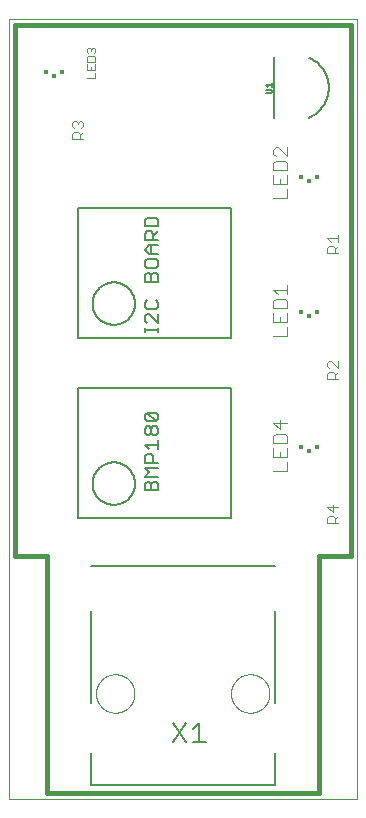
<source format=gto>
G75*
%MOIN*%
%OFA0B0*%
%FSLAX25Y25*%
%IPPOS*%
%LPD*%
%AMOC8*
5,1,8,0,0,1.08239X$1,22.5*
%
%ADD10C,0.00000*%
%ADD11C,0.01600*%
%ADD12C,0.00500*%
%ADD13C,0.00600*%
%ADD14C,0.00800*%
%ADD15C,0.00700*%
%ADD16R,0.01280X0.01673*%
%ADD17R,0.01378X0.01378*%
%ADD18C,0.00400*%
%ADD19C,0.00300*%
%ADD20C,0.00200*%
D10*
X0001000Y0001000D02*
X0117142Y0001000D01*
X0117142Y0260843D01*
X0001000Y0260843D01*
X0001000Y0001000D01*
X0030100Y0036000D02*
X0030102Y0036160D01*
X0030108Y0036319D01*
X0030118Y0036478D01*
X0030132Y0036637D01*
X0030150Y0036796D01*
X0030171Y0036954D01*
X0030197Y0037111D01*
X0030227Y0037268D01*
X0030260Y0037424D01*
X0030298Y0037579D01*
X0030339Y0037733D01*
X0030384Y0037886D01*
X0030433Y0038038D01*
X0030486Y0038189D01*
X0030542Y0038338D01*
X0030603Y0038486D01*
X0030666Y0038632D01*
X0030734Y0038777D01*
X0030805Y0038920D01*
X0030879Y0039061D01*
X0030957Y0039200D01*
X0031039Y0039337D01*
X0031124Y0039472D01*
X0031212Y0039605D01*
X0031304Y0039736D01*
X0031398Y0039864D01*
X0031496Y0039990D01*
X0031597Y0040114D01*
X0031701Y0040235D01*
X0031808Y0040353D01*
X0031918Y0040469D01*
X0032031Y0040582D01*
X0032147Y0040692D01*
X0032265Y0040799D01*
X0032386Y0040903D01*
X0032510Y0041004D01*
X0032636Y0041102D01*
X0032764Y0041196D01*
X0032895Y0041288D01*
X0033028Y0041376D01*
X0033163Y0041461D01*
X0033300Y0041543D01*
X0033439Y0041621D01*
X0033580Y0041695D01*
X0033723Y0041766D01*
X0033868Y0041834D01*
X0034014Y0041897D01*
X0034162Y0041958D01*
X0034311Y0042014D01*
X0034462Y0042067D01*
X0034614Y0042116D01*
X0034767Y0042161D01*
X0034921Y0042202D01*
X0035076Y0042240D01*
X0035232Y0042273D01*
X0035389Y0042303D01*
X0035546Y0042329D01*
X0035704Y0042350D01*
X0035863Y0042368D01*
X0036022Y0042382D01*
X0036181Y0042392D01*
X0036340Y0042398D01*
X0036500Y0042400D01*
X0036660Y0042398D01*
X0036819Y0042392D01*
X0036978Y0042382D01*
X0037137Y0042368D01*
X0037296Y0042350D01*
X0037454Y0042329D01*
X0037611Y0042303D01*
X0037768Y0042273D01*
X0037924Y0042240D01*
X0038079Y0042202D01*
X0038233Y0042161D01*
X0038386Y0042116D01*
X0038538Y0042067D01*
X0038689Y0042014D01*
X0038838Y0041958D01*
X0038986Y0041897D01*
X0039132Y0041834D01*
X0039277Y0041766D01*
X0039420Y0041695D01*
X0039561Y0041621D01*
X0039700Y0041543D01*
X0039837Y0041461D01*
X0039972Y0041376D01*
X0040105Y0041288D01*
X0040236Y0041196D01*
X0040364Y0041102D01*
X0040490Y0041004D01*
X0040614Y0040903D01*
X0040735Y0040799D01*
X0040853Y0040692D01*
X0040969Y0040582D01*
X0041082Y0040469D01*
X0041192Y0040353D01*
X0041299Y0040235D01*
X0041403Y0040114D01*
X0041504Y0039990D01*
X0041602Y0039864D01*
X0041696Y0039736D01*
X0041788Y0039605D01*
X0041876Y0039472D01*
X0041961Y0039337D01*
X0042043Y0039200D01*
X0042121Y0039061D01*
X0042195Y0038920D01*
X0042266Y0038777D01*
X0042334Y0038632D01*
X0042397Y0038486D01*
X0042458Y0038338D01*
X0042514Y0038189D01*
X0042567Y0038038D01*
X0042616Y0037886D01*
X0042661Y0037733D01*
X0042702Y0037579D01*
X0042740Y0037424D01*
X0042773Y0037268D01*
X0042803Y0037111D01*
X0042829Y0036954D01*
X0042850Y0036796D01*
X0042868Y0036637D01*
X0042882Y0036478D01*
X0042892Y0036319D01*
X0042898Y0036160D01*
X0042900Y0036000D01*
X0042898Y0035840D01*
X0042892Y0035681D01*
X0042882Y0035522D01*
X0042868Y0035363D01*
X0042850Y0035204D01*
X0042829Y0035046D01*
X0042803Y0034889D01*
X0042773Y0034732D01*
X0042740Y0034576D01*
X0042702Y0034421D01*
X0042661Y0034267D01*
X0042616Y0034114D01*
X0042567Y0033962D01*
X0042514Y0033811D01*
X0042458Y0033662D01*
X0042397Y0033514D01*
X0042334Y0033368D01*
X0042266Y0033223D01*
X0042195Y0033080D01*
X0042121Y0032939D01*
X0042043Y0032800D01*
X0041961Y0032663D01*
X0041876Y0032528D01*
X0041788Y0032395D01*
X0041696Y0032264D01*
X0041602Y0032136D01*
X0041504Y0032010D01*
X0041403Y0031886D01*
X0041299Y0031765D01*
X0041192Y0031647D01*
X0041082Y0031531D01*
X0040969Y0031418D01*
X0040853Y0031308D01*
X0040735Y0031201D01*
X0040614Y0031097D01*
X0040490Y0030996D01*
X0040364Y0030898D01*
X0040236Y0030804D01*
X0040105Y0030712D01*
X0039972Y0030624D01*
X0039837Y0030539D01*
X0039700Y0030457D01*
X0039561Y0030379D01*
X0039420Y0030305D01*
X0039277Y0030234D01*
X0039132Y0030166D01*
X0038986Y0030103D01*
X0038838Y0030042D01*
X0038689Y0029986D01*
X0038538Y0029933D01*
X0038386Y0029884D01*
X0038233Y0029839D01*
X0038079Y0029798D01*
X0037924Y0029760D01*
X0037768Y0029727D01*
X0037611Y0029697D01*
X0037454Y0029671D01*
X0037296Y0029650D01*
X0037137Y0029632D01*
X0036978Y0029618D01*
X0036819Y0029608D01*
X0036660Y0029602D01*
X0036500Y0029600D01*
X0036340Y0029602D01*
X0036181Y0029608D01*
X0036022Y0029618D01*
X0035863Y0029632D01*
X0035704Y0029650D01*
X0035546Y0029671D01*
X0035389Y0029697D01*
X0035232Y0029727D01*
X0035076Y0029760D01*
X0034921Y0029798D01*
X0034767Y0029839D01*
X0034614Y0029884D01*
X0034462Y0029933D01*
X0034311Y0029986D01*
X0034162Y0030042D01*
X0034014Y0030103D01*
X0033868Y0030166D01*
X0033723Y0030234D01*
X0033580Y0030305D01*
X0033439Y0030379D01*
X0033300Y0030457D01*
X0033163Y0030539D01*
X0033028Y0030624D01*
X0032895Y0030712D01*
X0032764Y0030804D01*
X0032636Y0030898D01*
X0032510Y0030996D01*
X0032386Y0031097D01*
X0032265Y0031201D01*
X0032147Y0031308D01*
X0032031Y0031418D01*
X0031918Y0031531D01*
X0031808Y0031647D01*
X0031701Y0031765D01*
X0031597Y0031886D01*
X0031496Y0032010D01*
X0031398Y0032136D01*
X0031304Y0032264D01*
X0031212Y0032395D01*
X0031124Y0032528D01*
X0031039Y0032663D01*
X0030957Y0032800D01*
X0030879Y0032939D01*
X0030805Y0033080D01*
X0030734Y0033223D01*
X0030666Y0033368D01*
X0030603Y0033514D01*
X0030542Y0033662D01*
X0030486Y0033811D01*
X0030433Y0033962D01*
X0030384Y0034114D01*
X0030339Y0034267D01*
X0030298Y0034421D01*
X0030260Y0034576D01*
X0030227Y0034732D01*
X0030197Y0034889D01*
X0030171Y0035046D01*
X0030150Y0035204D01*
X0030132Y0035363D01*
X0030118Y0035522D01*
X0030108Y0035681D01*
X0030102Y0035840D01*
X0030100Y0036000D01*
X0075100Y0036000D02*
X0075102Y0036160D01*
X0075108Y0036319D01*
X0075118Y0036478D01*
X0075132Y0036637D01*
X0075150Y0036796D01*
X0075171Y0036954D01*
X0075197Y0037111D01*
X0075227Y0037268D01*
X0075260Y0037424D01*
X0075298Y0037579D01*
X0075339Y0037733D01*
X0075384Y0037886D01*
X0075433Y0038038D01*
X0075486Y0038189D01*
X0075542Y0038338D01*
X0075603Y0038486D01*
X0075666Y0038632D01*
X0075734Y0038777D01*
X0075805Y0038920D01*
X0075879Y0039061D01*
X0075957Y0039200D01*
X0076039Y0039337D01*
X0076124Y0039472D01*
X0076212Y0039605D01*
X0076304Y0039736D01*
X0076398Y0039864D01*
X0076496Y0039990D01*
X0076597Y0040114D01*
X0076701Y0040235D01*
X0076808Y0040353D01*
X0076918Y0040469D01*
X0077031Y0040582D01*
X0077147Y0040692D01*
X0077265Y0040799D01*
X0077386Y0040903D01*
X0077510Y0041004D01*
X0077636Y0041102D01*
X0077764Y0041196D01*
X0077895Y0041288D01*
X0078028Y0041376D01*
X0078163Y0041461D01*
X0078300Y0041543D01*
X0078439Y0041621D01*
X0078580Y0041695D01*
X0078723Y0041766D01*
X0078868Y0041834D01*
X0079014Y0041897D01*
X0079162Y0041958D01*
X0079311Y0042014D01*
X0079462Y0042067D01*
X0079614Y0042116D01*
X0079767Y0042161D01*
X0079921Y0042202D01*
X0080076Y0042240D01*
X0080232Y0042273D01*
X0080389Y0042303D01*
X0080546Y0042329D01*
X0080704Y0042350D01*
X0080863Y0042368D01*
X0081022Y0042382D01*
X0081181Y0042392D01*
X0081340Y0042398D01*
X0081500Y0042400D01*
X0081660Y0042398D01*
X0081819Y0042392D01*
X0081978Y0042382D01*
X0082137Y0042368D01*
X0082296Y0042350D01*
X0082454Y0042329D01*
X0082611Y0042303D01*
X0082768Y0042273D01*
X0082924Y0042240D01*
X0083079Y0042202D01*
X0083233Y0042161D01*
X0083386Y0042116D01*
X0083538Y0042067D01*
X0083689Y0042014D01*
X0083838Y0041958D01*
X0083986Y0041897D01*
X0084132Y0041834D01*
X0084277Y0041766D01*
X0084420Y0041695D01*
X0084561Y0041621D01*
X0084700Y0041543D01*
X0084837Y0041461D01*
X0084972Y0041376D01*
X0085105Y0041288D01*
X0085236Y0041196D01*
X0085364Y0041102D01*
X0085490Y0041004D01*
X0085614Y0040903D01*
X0085735Y0040799D01*
X0085853Y0040692D01*
X0085969Y0040582D01*
X0086082Y0040469D01*
X0086192Y0040353D01*
X0086299Y0040235D01*
X0086403Y0040114D01*
X0086504Y0039990D01*
X0086602Y0039864D01*
X0086696Y0039736D01*
X0086788Y0039605D01*
X0086876Y0039472D01*
X0086961Y0039337D01*
X0087043Y0039200D01*
X0087121Y0039061D01*
X0087195Y0038920D01*
X0087266Y0038777D01*
X0087334Y0038632D01*
X0087397Y0038486D01*
X0087458Y0038338D01*
X0087514Y0038189D01*
X0087567Y0038038D01*
X0087616Y0037886D01*
X0087661Y0037733D01*
X0087702Y0037579D01*
X0087740Y0037424D01*
X0087773Y0037268D01*
X0087803Y0037111D01*
X0087829Y0036954D01*
X0087850Y0036796D01*
X0087868Y0036637D01*
X0087882Y0036478D01*
X0087892Y0036319D01*
X0087898Y0036160D01*
X0087900Y0036000D01*
X0087898Y0035840D01*
X0087892Y0035681D01*
X0087882Y0035522D01*
X0087868Y0035363D01*
X0087850Y0035204D01*
X0087829Y0035046D01*
X0087803Y0034889D01*
X0087773Y0034732D01*
X0087740Y0034576D01*
X0087702Y0034421D01*
X0087661Y0034267D01*
X0087616Y0034114D01*
X0087567Y0033962D01*
X0087514Y0033811D01*
X0087458Y0033662D01*
X0087397Y0033514D01*
X0087334Y0033368D01*
X0087266Y0033223D01*
X0087195Y0033080D01*
X0087121Y0032939D01*
X0087043Y0032800D01*
X0086961Y0032663D01*
X0086876Y0032528D01*
X0086788Y0032395D01*
X0086696Y0032264D01*
X0086602Y0032136D01*
X0086504Y0032010D01*
X0086403Y0031886D01*
X0086299Y0031765D01*
X0086192Y0031647D01*
X0086082Y0031531D01*
X0085969Y0031418D01*
X0085853Y0031308D01*
X0085735Y0031201D01*
X0085614Y0031097D01*
X0085490Y0030996D01*
X0085364Y0030898D01*
X0085236Y0030804D01*
X0085105Y0030712D01*
X0084972Y0030624D01*
X0084837Y0030539D01*
X0084700Y0030457D01*
X0084561Y0030379D01*
X0084420Y0030305D01*
X0084277Y0030234D01*
X0084132Y0030166D01*
X0083986Y0030103D01*
X0083838Y0030042D01*
X0083689Y0029986D01*
X0083538Y0029933D01*
X0083386Y0029884D01*
X0083233Y0029839D01*
X0083079Y0029798D01*
X0082924Y0029760D01*
X0082768Y0029727D01*
X0082611Y0029697D01*
X0082454Y0029671D01*
X0082296Y0029650D01*
X0082137Y0029632D01*
X0081978Y0029618D01*
X0081819Y0029608D01*
X0081660Y0029602D01*
X0081500Y0029600D01*
X0081340Y0029602D01*
X0081181Y0029608D01*
X0081022Y0029618D01*
X0080863Y0029632D01*
X0080704Y0029650D01*
X0080546Y0029671D01*
X0080389Y0029697D01*
X0080232Y0029727D01*
X0080076Y0029760D01*
X0079921Y0029798D01*
X0079767Y0029839D01*
X0079614Y0029884D01*
X0079462Y0029933D01*
X0079311Y0029986D01*
X0079162Y0030042D01*
X0079014Y0030103D01*
X0078868Y0030166D01*
X0078723Y0030234D01*
X0078580Y0030305D01*
X0078439Y0030379D01*
X0078300Y0030457D01*
X0078163Y0030539D01*
X0078028Y0030624D01*
X0077895Y0030712D01*
X0077764Y0030804D01*
X0077636Y0030898D01*
X0077510Y0030996D01*
X0077386Y0031097D01*
X0077265Y0031201D01*
X0077147Y0031308D01*
X0077031Y0031418D01*
X0076918Y0031531D01*
X0076808Y0031647D01*
X0076701Y0031765D01*
X0076597Y0031886D01*
X0076496Y0032010D01*
X0076398Y0032136D01*
X0076304Y0032264D01*
X0076212Y0032395D01*
X0076124Y0032528D01*
X0076039Y0032663D01*
X0075957Y0032800D01*
X0075879Y0032939D01*
X0075805Y0033080D01*
X0075734Y0033223D01*
X0075666Y0033368D01*
X0075603Y0033514D01*
X0075542Y0033662D01*
X0075486Y0033811D01*
X0075433Y0033962D01*
X0075384Y0034114D01*
X0075339Y0034267D01*
X0075298Y0034421D01*
X0075260Y0034576D01*
X0075227Y0034732D01*
X0075197Y0034889D01*
X0075171Y0035046D01*
X0075150Y0035204D01*
X0075132Y0035363D01*
X0075118Y0035522D01*
X0075108Y0035681D01*
X0075102Y0035840D01*
X0075100Y0036000D01*
D11*
X0104362Y0002969D02*
X0104362Y0081709D01*
X0115173Y0081709D01*
X0115173Y0258874D01*
X0002969Y0258874D01*
X0002969Y0081709D01*
X0013780Y0081709D01*
X0013780Y0002969D01*
X0104362Y0002969D01*
D12*
X0075213Y0094661D02*
X0024031Y0094661D01*
X0024031Y0137969D01*
X0075213Y0137969D01*
X0075213Y0094661D01*
X0075213Y0154661D02*
X0024031Y0154661D01*
X0024031Y0197969D01*
X0075213Y0197969D01*
X0075213Y0154661D01*
X0086848Y0236040D02*
X0088433Y0236040D01*
X0088750Y0236357D01*
X0088750Y0236991D01*
X0088433Y0237308D01*
X0086848Y0237308D01*
X0087482Y0238250D02*
X0086848Y0238884D01*
X0088750Y0238884D01*
X0088750Y0238250D02*
X0088750Y0239518D01*
X0028929Y0166000D02*
X0028931Y0166174D01*
X0028938Y0166347D01*
X0028948Y0166520D01*
X0028963Y0166693D01*
X0028982Y0166866D01*
X0029006Y0167038D01*
X0029033Y0167209D01*
X0029065Y0167379D01*
X0029101Y0167549D01*
X0029141Y0167718D01*
X0029185Y0167886D01*
X0029233Y0168053D01*
X0029286Y0168218D01*
X0029342Y0168382D01*
X0029403Y0168545D01*
X0029467Y0168706D01*
X0029536Y0168865D01*
X0029608Y0169023D01*
X0029684Y0169179D01*
X0029764Y0169333D01*
X0029848Y0169485D01*
X0029935Y0169635D01*
X0030026Y0169783D01*
X0030121Y0169928D01*
X0030219Y0170072D01*
X0030321Y0170212D01*
X0030426Y0170350D01*
X0030534Y0170486D01*
X0030646Y0170619D01*
X0030761Y0170749D01*
X0030879Y0170876D01*
X0031000Y0171000D01*
X0031124Y0171121D01*
X0031251Y0171239D01*
X0031381Y0171354D01*
X0031514Y0171466D01*
X0031650Y0171574D01*
X0031788Y0171679D01*
X0031928Y0171781D01*
X0032072Y0171879D01*
X0032217Y0171974D01*
X0032365Y0172065D01*
X0032515Y0172152D01*
X0032667Y0172236D01*
X0032821Y0172316D01*
X0032977Y0172392D01*
X0033135Y0172464D01*
X0033294Y0172533D01*
X0033455Y0172597D01*
X0033618Y0172658D01*
X0033782Y0172714D01*
X0033947Y0172767D01*
X0034114Y0172815D01*
X0034282Y0172859D01*
X0034451Y0172899D01*
X0034621Y0172935D01*
X0034791Y0172967D01*
X0034962Y0172994D01*
X0035134Y0173018D01*
X0035307Y0173037D01*
X0035480Y0173052D01*
X0035653Y0173062D01*
X0035826Y0173069D01*
X0036000Y0173071D01*
X0036174Y0173069D01*
X0036347Y0173062D01*
X0036520Y0173052D01*
X0036693Y0173037D01*
X0036866Y0173018D01*
X0037038Y0172994D01*
X0037209Y0172967D01*
X0037379Y0172935D01*
X0037549Y0172899D01*
X0037718Y0172859D01*
X0037886Y0172815D01*
X0038053Y0172767D01*
X0038218Y0172714D01*
X0038382Y0172658D01*
X0038545Y0172597D01*
X0038706Y0172533D01*
X0038865Y0172464D01*
X0039023Y0172392D01*
X0039179Y0172316D01*
X0039333Y0172236D01*
X0039485Y0172152D01*
X0039635Y0172065D01*
X0039783Y0171974D01*
X0039928Y0171879D01*
X0040072Y0171781D01*
X0040212Y0171679D01*
X0040350Y0171574D01*
X0040486Y0171466D01*
X0040619Y0171354D01*
X0040749Y0171239D01*
X0040876Y0171121D01*
X0041000Y0171000D01*
X0041121Y0170876D01*
X0041239Y0170749D01*
X0041354Y0170619D01*
X0041466Y0170486D01*
X0041574Y0170350D01*
X0041679Y0170212D01*
X0041781Y0170072D01*
X0041879Y0169928D01*
X0041974Y0169783D01*
X0042065Y0169635D01*
X0042152Y0169485D01*
X0042236Y0169333D01*
X0042316Y0169179D01*
X0042392Y0169023D01*
X0042464Y0168865D01*
X0042533Y0168706D01*
X0042597Y0168545D01*
X0042658Y0168382D01*
X0042714Y0168218D01*
X0042767Y0168053D01*
X0042815Y0167886D01*
X0042859Y0167718D01*
X0042899Y0167549D01*
X0042935Y0167379D01*
X0042967Y0167209D01*
X0042994Y0167038D01*
X0043018Y0166866D01*
X0043037Y0166693D01*
X0043052Y0166520D01*
X0043062Y0166347D01*
X0043069Y0166174D01*
X0043071Y0166000D01*
X0043069Y0165826D01*
X0043062Y0165653D01*
X0043052Y0165480D01*
X0043037Y0165307D01*
X0043018Y0165134D01*
X0042994Y0164962D01*
X0042967Y0164791D01*
X0042935Y0164621D01*
X0042899Y0164451D01*
X0042859Y0164282D01*
X0042815Y0164114D01*
X0042767Y0163947D01*
X0042714Y0163782D01*
X0042658Y0163618D01*
X0042597Y0163455D01*
X0042533Y0163294D01*
X0042464Y0163135D01*
X0042392Y0162977D01*
X0042316Y0162821D01*
X0042236Y0162667D01*
X0042152Y0162515D01*
X0042065Y0162365D01*
X0041974Y0162217D01*
X0041879Y0162072D01*
X0041781Y0161928D01*
X0041679Y0161788D01*
X0041574Y0161650D01*
X0041466Y0161514D01*
X0041354Y0161381D01*
X0041239Y0161251D01*
X0041121Y0161124D01*
X0041000Y0161000D01*
X0040876Y0160879D01*
X0040749Y0160761D01*
X0040619Y0160646D01*
X0040486Y0160534D01*
X0040350Y0160426D01*
X0040212Y0160321D01*
X0040072Y0160219D01*
X0039928Y0160121D01*
X0039783Y0160026D01*
X0039635Y0159935D01*
X0039485Y0159848D01*
X0039333Y0159764D01*
X0039179Y0159684D01*
X0039023Y0159608D01*
X0038865Y0159536D01*
X0038706Y0159467D01*
X0038545Y0159403D01*
X0038382Y0159342D01*
X0038218Y0159286D01*
X0038053Y0159233D01*
X0037886Y0159185D01*
X0037718Y0159141D01*
X0037549Y0159101D01*
X0037379Y0159065D01*
X0037209Y0159033D01*
X0037038Y0159006D01*
X0036866Y0158982D01*
X0036693Y0158963D01*
X0036520Y0158948D01*
X0036347Y0158938D01*
X0036174Y0158931D01*
X0036000Y0158929D01*
X0035826Y0158931D01*
X0035653Y0158938D01*
X0035480Y0158948D01*
X0035307Y0158963D01*
X0035134Y0158982D01*
X0034962Y0159006D01*
X0034791Y0159033D01*
X0034621Y0159065D01*
X0034451Y0159101D01*
X0034282Y0159141D01*
X0034114Y0159185D01*
X0033947Y0159233D01*
X0033782Y0159286D01*
X0033618Y0159342D01*
X0033455Y0159403D01*
X0033294Y0159467D01*
X0033135Y0159536D01*
X0032977Y0159608D01*
X0032821Y0159684D01*
X0032667Y0159764D01*
X0032515Y0159848D01*
X0032365Y0159935D01*
X0032217Y0160026D01*
X0032072Y0160121D01*
X0031928Y0160219D01*
X0031788Y0160321D01*
X0031650Y0160426D01*
X0031514Y0160534D01*
X0031381Y0160646D01*
X0031251Y0160761D01*
X0031124Y0160879D01*
X0031000Y0161000D01*
X0030879Y0161124D01*
X0030761Y0161251D01*
X0030646Y0161381D01*
X0030534Y0161514D01*
X0030426Y0161650D01*
X0030321Y0161788D01*
X0030219Y0161928D01*
X0030121Y0162072D01*
X0030026Y0162217D01*
X0029935Y0162365D01*
X0029848Y0162515D01*
X0029764Y0162667D01*
X0029684Y0162821D01*
X0029608Y0162977D01*
X0029536Y0163135D01*
X0029467Y0163294D01*
X0029403Y0163455D01*
X0029342Y0163618D01*
X0029286Y0163782D01*
X0029233Y0163947D01*
X0029185Y0164114D01*
X0029141Y0164282D01*
X0029101Y0164451D01*
X0029065Y0164621D01*
X0029033Y0164791D01*
X0029006Y0164962D01*
X0028982Y0165134D01*
X0028963Y0165307D01*
X0028948Y0165480D01*
X0028938Y0165653D01*
X0028931Y0165826D01*
X0028929Y0166000D01*
X0028929Y0106000D02*
X0028931Y0106174D01*
X0028938Y0106347D01*
X0028948Y0106520D01*
X0028963Y0106693D01*
X0028982Y0106866D01*
X0029006Y0107038D01*
X0029033Y0107209D01*
X0029065Y0107379D01*
X0029101Y0107549D01*
X0029141Y0107718D01*
X0029185Y0107886D01*
X0029233Y0108053D01*
X0029286Y0108218D01*
X0029342Y0108382D01*
X0029403Y0108545D01*
X0029467Y0108706D01*
X0029536Y0108865D01*
X0029608Y0109023D01*
X0029684Y0109179D01*
X0029764Y0109333D01*
X0029848Y0109485D01*
X0029935Y0109635D01*
X0030026Y0109783D01*
X0030121Y0109928D01*
X0030219Y0110072D01*
X0030321Y0110212D01*
X0030426Y0110350D01*
X0030534Y0110486D01*
X0030646Y0110619D01*
X0030761Y0110749D01*
X0030879Y0110876D01*
X0031000Y0111000D01*
X0031124Y0111121D01*
X0031251Y0111239D01*
X0031381Y0111354D01*
X0031514Y0111466D01*
X0031650Y0111574D01*
X0031788Y0111679D01*
X0031928Y0111781D01*
X0032072Y0111879D01*
X0032217Y0111974D01*
X0032365Y0112065D01*
X0032515Y0112152D01*
X0032667Y0112236D01*
X0032821Y0112316D01*
X0032977Y0112392D01*
X0033135Y0112464D01*
X0033294Y0112533D01*
X0033455Y0112597D01*
X0033618Y0112658D01*
X0033782Y0112714D01*
X0033947Y0112767D01*
X0034114Y0112815D01*
X0034282Y0112859D01*
X0034451Y0112899D01*
X0034621Y0112935D01*
X0034791Y0112967D01*
X0034962Y0112994D01*
X0035134Y0113018D01*
X0035307Y0113037D01*
X0035480Y0113052D01*
X0035653Y0113062D01*
X0035826Y0113069D01*
X0036000Y0113071D01*
X0036174Y0113069D01*
X0036347Y0113062D01*
X0036520Y0113052D01*
X0036693Y0113037D01*
X0036866Y0113018D01*
X0037038Y0112994D01*
X0037209Y0112967D01*
X0037379Y0112935D01*
X0037549Y0112899D01*
X0037718Y0112859D01*
X0037886Y0112815D01*
X0038053Y0112767D01*
X0038218Y0112714D01*
X0038382Y0112658D01*
X0038545Y0112597D01*
X0038706Y0112533D01*
X0038865Y0112464D01*
X0039023Y0112392D01*
X0039179Y0112316D01*
X0039333Y0112236D01*
X0039485Y0112152D01*
X0039635Y0112065D01*
X0039783Y0111974D01*
X0039928Y0111879D01*
X0040072Y0111781D01*
X0040212Y0111679D01*
X0040350Y0111574D01*
X0040486Y0111466D01*
X0040619Y0111354D01*
X0040749Y0111239D01*
X0040876Y0111121D01*
X0041000Y0111000D01*
X0041121Y0110876D01*
X0041239Y0110749D01*
X0041354Y0110619D01*
X0041466Y0110486D01*
X0041574Y0110350D01*
X0041679Y0110212D01*
X0041781Y0110072D01*
X0041879Y0109928D01*
X0041974Y0109783D01*
X0042065Y0109635D01*
X0042152Y0109485D01*
X0042236Y0109333D01*
X0042316Y0109179D01*
X0042392Y0109023D01*
X0042464Y0108865D01*
X0042533Y0108706D01*
X0042597Y0108545D01*
X0042658Y0108382D01*
X0042714Y0108218D01*
X0042767Y0108053D01*
X0042815Y0107886D01*
X0042859Y0107718D01*
X0042899Y0107549D01*
X0042935Y0107379D01*
X0042967Y0107209D01*
X0042994Y0107038D01*
X0043018Y0106866D01*
X0043037Y0106693D01*
X0043052Y0106520D01*
X0043062Y0106347D01*
X0043069Y0106174D01*
X0043071Y0106000D01*
X0043069Y0105826D01*
X0043062Y0105653D01*
X0043052Y0105480D01*
X0043037Y0105307D01*
X0043018Y0105134D01*
X0042994Y0104962D01*
X0042967Y0104791D01*
X0042935Y0104621D01*
X0042899Y0104451D01*
X0042859Y0104282D01*
X0042815Y0104114D01*
X0042767Y0103947D01*
X0042714Y0103782D01*
X0042658Y0103618D01*
X0042597Y0103455D01*
X0042533Y0103294D01*
X0042464Y0103135D01*
X0042392Y0102977D01*
X0042316Y0102821D01*
X0042236Y0102667D01*
X0042152Y0102515D01*
X0042065Y0102365D01*
X0041974Y0102217D01*
X0041879Y0102072D01*
X0041781Y0101928D01*
X0041679Y0101788D01*
X0041574Y0101650D01*
X0041466Y0101514D01*
X0041354Y0101381D01*
X0041239Y0101251D01*
X0041121Y0101124D01*
X0041000Y0101000D01*
X0040876Y0100879D01*
X0040749Y0100761D01*
X0040619Y0100646D01*
X0040486Y0100534D01*
X0040350Y0100426D01*
X0040212Y0100321D01*
X0040072Y0100219D01*
X0039928Y0100121D01*
X0039783Y0100026D01*
X0039635Y0099935D01*
X0039485Y0099848D01*
X0039333Y0099764D01*
X0039179Y0099684D01*
X0039023Y0099608D01*
X0038865Y0099536D01*
X0038706Y0099467D01*
X0038545Y0099403D01*
X0038382Y0099342D01*
X0038218Y0099286D01*
X0038053Y0099233D01*
X0037886Y0099185D01*
X0037718Y0099141D01*
X0037549Y0099101D01*
X0037379Y0099065D01*
X0037209Y0099033D01*
X0037038Y0099006D01*
X0036866Y0098982D01*
X0036693Y0098963D01*
X0036520Y0098948D01*
X0036347Y0098938D01*
X0036174Y0098931D01*
X0036000Y0098929D01*
X0035826Y0098931D01*
X0035653Y0098938D01*
X0035480Y0098948D01*
X0035307Y0098963D01*
X0035134Y0098982D01*
X0034962Y0099006D01*
X0034791Y0099033D01*
X0034621Y0099065D01*
X0034451Y0099101D01*
X0034282Y0099141D01*
X0034114Y0099185D01*
X0033947Y0099233D01*
X0033782Y0099286D01*
X0033618Y0099342D01*
X0033455Y0099403D01*
X0033294Y0099467D01*
X0033135Y0099536D01*
X0032977Y0099608D01*
X0032821Y0099684D01*
X0032667Y0099764D01*
X0032515Y0099848D01*
X0032365Y0099935D01*
X0032217Y0100026D01*
X0032072Y0100121D01*
X0031928Y0100219D01*
X0031788Y0100321D01*
X0031650Y0100426D01*
X0031514Y0100534D01*
X0031381Y0100646D01*
X0031251Y0100761D01*
X0031124Y0100879D01*
X0031000Y0101000D01*
X0030879Y0101124D01*
X0030761Y0101251D01*
X0030646Y0101381D01*
X0030534Y0101514D01*
X0030426Y0101650D01*
X0030321Y0101788D01*
X0030219Y0101928D01*
X0030121Y0102072D01*
X0030026Y0102217D01*
X0029935Y0102365D01*
X0029848Y0102515D01*
X0029764Y0102667D01*
X0029684Y0102821D01*
X0029608Y0102977D01*
X0029536Y0103135D01*
X0029467Y0103294D01*
X0029403Y0103455D01*
X0029342Y0103618D01*
X0029286Y0103782D01*
X0029233Y0103947D01*
X0029185Y0104114D01*
X0029141Y0104282D01*
X0029101Y0104451D01*
X0029065Y0104621D01*
X0029033Y0104791D01*
X0029006Y0104962D01*
X0028982Y0105134D01*
X0028963Y0105307D01*
X0028948Y0105480D01*
X0028938Y0105653D01*
X0028931Y0105826D01*
X0028929Y0106000D01*
D13*
X0046296Y0105878D02*
X0046296Y0103676D01*
X0050700Y0103676D01*
X0050700Y0105878D01*
X0049966Y0106612D01*
X0049232Y0106612D01*
X0048498Y0105878D01*
X0048498Y0103676D01*
X0048498Y0105878D02*
X0047764Y0106612D01*
X0047030Y0106612D01*
X0046296Y0105878D01*
X0046296Y0108280D02*
X0047764Y0109748D01*
X0046296Y0111216D01*
X0050700Y0111216D01*
X0050700Y0112884D02*
X0046296Y0112884D01*
X0046296Y0115086D01*
X0047030Y0115820D01*
X0048498Y0115820D01*
X0049232Y0115086D01*
X0049232Y0112884D01*
X0047764Y0117488D02*
X0046296Y0118956D01*
X0050700Y0118956D01*
X0050700Y0117488D02*
X0050700Y0120424D01*
X0049966Y0122092D02*
X0049232Y0122092D01*
X0048498Y0122826D01*
X0048498Y0124294D01*
X0049232Y0125028D01*
X0049966Y0125028D01*
X0050700Y0124294D01*
X0050700Y0122826D01*
X0049966Y0122092D01*
X0048498Y0122826D02*
X0047764Y0122092D01*
X0047030Y0122092D01*
X0046296Y0122826D01*
X0046296Y0124294D01*
X0047030Y0125028D01*
X0047764Y0125028D01*
X0048498Y0124294D01*
X0049966Y0126696D02*
X0047030Y0126696D01*
X0046296Y0127430D01*
X0046296Y0128898D01*
X0047030Y0129632D01*
X0049966Y0126696D01*
X0050700Y0127430D01*
X0050700Y0128898D01*
X0049966Y0129632D01*
X0047030Y0129632D01*
X0046296Y0108280D02*
X0050700Y0108280D01*
X0050700Y0156399D02*
X0050700Y0157867D01*
X0050700Y0157133D02*
X0046296Y0157133D01*
X0046296Y0156399D02*
X0046296Y0157867D01*
X0047030Y0159469D02*
X0046296Y0160202D01*
X0046296Y0161670D01*
X0047030Y0162404D01*
X0047764Y0162404D01*
X0050700Y0159469D01*
X0050700Y0162404D01*
X0049966Y0164072D02*
X0050700Y0164806D01*
X0050700Y0166274D01*
X0049966Y0167008D01*
X0049966Y0164072D02*
X0047030Y0164072D01*
X0046296Y0164806D01*
X0046296Y0166274D01*
X0047030Y0167008D01*
X0046296Y0173280D02*
X0046296Y0175482D01*
X0047030Y0176216D01*
X0047764Y0176216D01*
X0048498Y0175482D01*
X0048498Y0173280D01*
X0050700Y0173280D02*
X0046296Y0173280D01*
X0047030Y0177884D02*
X0049966Y0177884D01*
X0050700Y0178618D01*
X0050700Y0180086D01*
X0049966Y0180820D01*
X0047030Y0180820D01*
X0046296Y0180086D01*
X0046296Y0178618D01*
X0047030Y0177884D01*
X0049232Y0176216D02*
X0049966Y0176216D01*
X0050700Y0175482D01*
X0050700Y0173280D01*
X0048498Y0175482D02*
X0049232Y0176216D01*
X0048498Y0182488D02*
X0048498Y0185424D01*
X0047764Y0185424D02*
X0050700Y0185424D01*
X0050700Y0187092D02*
X0046296Y0187092D01*
X0046296Y0189294D01*
X0047030Y0190028D01*
X0048498Y0190028D01*
X0049232Y0189294D01*
X0049232Y0187092D01*
X0049232Y0188560D02*
X0050700Y0190028D01*
X0050700Y0191696D02*
X0050700Y0193898D01*
X0049966Y0194632D01*
X0047030Y0194632D01*
X0046296Y0193898D01*
X0046296Y0191696D01*
X0050700Y0191696D01*
X0047764Y0185424D02*
X0046296Y0183956D01*
X0047764Y0182488D01*
X0050700Y0182488D01*
X0055909Y0026205D02*
X0060179Y0019800D01*
X0062354Y0019800D02*
X0066625Y0019800D01*
X0064490Y0019800D02*
X0064490Y0026205D01*
X0062354Y0024070D01*
X0060179Y0026205D02*
X0055909Y0019800D01*
D14*
X0028382Y0016094D02*
X0028382Y0005362D01*
X0089618Y0005362D01*
X0089618Y0016094D01*
X0089618Y0032862D02*
X0089618Y0063594D01*
X0089618Y0078594D02*
X0028382Y0078594D01*
X0028382Y0063594D02*
X0028382Y0032862D01*
X0089500Y0227754D02*
X0089500Y0248246D01*
D15*
X0101000Y0248000D02*
X0101244Y0247895D01*
X0101486Y0247785D01*
X0101725Y0247668D01*
X0101960Y0247546D01*
X0102193Y0247418D01*
X0102423Y0247284D01*
X0102649Y0247145D01*
X0102871Y0247000D01*
X0103091Y0246850D01*
X0103306Y0246694D01*
X0103517Y0246533D01*
X0103725Y0246367D01*
X0103928Y0246196D01*
X0104127Y0246020D01*
X0104322Y0245839D01*
X0104512Y0245654D01*
X0104697Y0245464D01*
X0104878Y0245269D01*
X0105054Y0245070D01*
X0105225Y0244867D01*
X0105391Y0244659D01*
X0105552Y0244448D01*
X0105708Y0244233D01*
X0105858Y0244013D01*
X0106003Y0243791D01*
X0106142Y0243565D01*
X0106276Y0243335D01*
X0106404Y0243102D01*
X0106526Y0242867D01*
X0106643Y0242628D01*
X0106753Y0242386D01*
X0106858Y0242142D01*
X0106957Y0241896D01*
X0107049Y0241646D01*
X0107136Y0241395D01*
X0107216Y0241142D01*
X0107290Y0240887D01*
X0107358Y0240630D01*
X0107419Y0240372D01*
X0107474Y0240112D01*
X0107523Y0239850D01*
X0107565Y0239588D01*
X0107601Y0239325D01*
X0107630Y0239061D01*
X0107653Y0238796D01*
X0107669Y0238531D01*
X0107679Y0238266D01*
X0107682Y0238000D01*
X0107679Y0237734D01*
X0107669Y0237469D01*
X0107653Y0237204D01*
X0107630Y0236939D01*
X0107601Y0236675D01*
X0107565Y0236412D01*
X0107523Y0236150D01*
X0107474Y0235888D01*
X0107419Y0235628D01*
X0107358Y0235370D01*
X0107290Y0235113D01*
X0107216Y0234858D01*
X0107136Y0234605D01*
X0107049Y0234354D01*
X0106957Y0234104D01*
X0106858Y0233858D01*
X0106753Y0233614D01*
X0106643Y0233372D01*
X0106526Y0233133D01*
X0106404Y0232898D01*
X0106276Y0232665D01*
X0106142Y0232435D01*
X0106003Y0232209D01*
X0105858Y0231987D01*
X0105708Y0231767D01*
X0105552Y0231552D01*
X0105391Y0231341D01*
X0105225Y0231133D01*
X0105054Y0230930D01*
X0104878Y0230731D01*
X0104697Y0230536D01*
X0104512Y0230346D01*
X0104322Y0230161D01*
X0104127Y0229980D01*
X0103928Y0229804D01*
X0103725Y0229633D01*
X0103517Y0229467D01*
X0103306Y0229306D01*
X0103091Y0229150D01*
X0102871Y0229000D01*
X0102649Y0228855D01*
X0102423Y0228716D01*
X0102193Y0228582D01*
X0101960Y0228454D01*
X0101725Y0228332D01*
X0101486Y0228215D01*
X0101244Y0228105D01*
X0101000Y0228000D01*
D16*
X0098293Y0208215D03*
X0103707Y0208215D03*
X0103707Y0163215D03*
X0098293Y0163215D03*
X0098293Y0118215D03*
X0103707Y0118215D03*
X0018707Y0243215D03*
X0013293Y0243215D03*
D17*
X0016000Y0241689D03*
X0101000Y0206689D03*
X0101000Y0161689D03*
X0101000Y0116689D03*
D18*
X0093800Y0117873D02*
X0093800Y0114804D01*
X0089196Y0114804D01*
X0089196Y0117873D01*
X0089196Y0119408D02*
X0089196Y0121710D01*
X0089963Y0122477D01*
X0093033Y0122477D01*
X0093800Y0121710D01*
X0093800Y0119408D01*
X0089196Y0119408D01*
X0091498Y0116339D02*
X0091498Y0114804D01*
X0093800Y0113269D02*
X0093800Y0110200D01*
X0089196Y0110200D01*
X0091498Y0124012D02*
X0091498Y0127081D01*
X0089196Y0126314D02*
X0091498Y0124012D01*
X0093800Y0126314D02*
X0089196Y0126314D01*
X0089196Y0155200D02*
X0093800Y0155200D01*
X0093800Y0158269D01*
X0093800Y0159804D02*
X0093800Y0162873D01*
X0093800Y0164408D02*
X0093800Y0166710D01*
X0093033Y0167477D01*
X0089963Y0167477D01*
X0089196Y0166710D01*
X0089196Y0164408D01*
X0093800Y0164408D01*
X0093800Y0159804D02*
X0089196Y0159804D01*
X0089196Y0162873D01*
X0091498Y0161339D02*
X0091498Y0159804D01*
X0090731Y0169012D02*
X0089196Y0170546D01*
X0093800Y0170546D01*
X0093800Y0169012D02*
X0093800Y0172081D01*
X0093800Y0201200D02*
X0089196Y0201200D01*
X0089196Y0205804D02*
X0093800Y0205804D01*
X0093800Y0208873D01*
X0093800Y0210408D02*
X0093800Y0212710D01*
X0093033Y0213477D01*
X0089963Y0213477D01*
X0089196Y0212710D01*
X0089196Y0210408D01*
X0093800Y0210408D01*
X0091498Y0207339D02*
X0091498Y0205804D01*
X0089196Y0205804D02*
X0089196Y0208873D01*
X0089963Y0215012D02*
X0089196Y0215779D01*
X0089196Y0217314D01*
X0089963Y0218081D01*
X0090731Y0218081D01*
X0093800Y0215012D01*
X0093800Y0218081D01*
X0093800Y0204269D02*
X0093800Y0201200D01*
D19*
X0107147Y0187701D02*
X0110850Y0187701D01*
X0110850Y0186467D02*
X0110850Y0188936D01*
X0108381Y0186467D02*
X0107147Y0187701D01*
X0107764Y0185252D02*
X0107147Y0184635D01*
X0107147Y0182784D01*
X0110850Y0182784D01*
X0109616Y0182784D02*
X0109616Y0184635D01*
X0108998Y0185252D01*
X0107764Y0185252D01*
X0109616Y0184018D02*
X0110850Y0185252D01*
X0110850Y0146936D02*
X0110850Y0144467D01*
X0108381Y0146936D01*
X0107764Y0146936D01*
X0107147Y0146318D01*
X0107147Y0145084D01*
X0107764Y0144467D01*
X0107764Y0143252D02*
X0107147Y0142635D01*
X0107147Y0140784D01*
X0110850Y0140784D01*
X0109616Y0140784D02*
X0109616Y0142635D01*
X0108998Y0143252D01*
X0107764Y0143252D01*
X0109616Y0142018D02*
X0110850Y0143252D01*
X0108998Y0098936D02*
X0108998Y0096467D01*
X0107147Y0098318D01*
X0110850Y0098318D01*
X0110850Y0095252D02*
X0109616Y0094018D01*
X0109616Y0094635D02*
X0109616Y0092784D01*
X0110850Y0092784D02*
X0107147Y0092784D01*
X0107147Y0094635D01*
X0107764Y0095252D01*
X0108998Y0095252D01*
X0109616Y0094635D01*
X0025850Y0220784D02*
X0022147Y0220784D01*
X0022147Y0222635D01*
X0022764Y0223252D01*
X0023998Y0223252D01*
X0024616Y0222635D01*
X0024616Y0220784D01*
X0024616Y0222018D02*
X0025850Y0223252D01*
X0025233Y0224467D02*
X0025850Y0225084D01*
X0025850Y0226318D01*
X0025233Y0226936D01*
X0024616Y0226936D01*
X0023998Y0226318D01*
X0023998Y0225701D01*
X0023998Y0226318D02*
X0023381Y0226936D01*
X0022764Y0226936D01*
X0022147Y0226318D01*
X0022147Y0225084D01*
X0022764Y0224467D01*
D20*
X0027098Y0241100D02*
X0029900Y0241100D01*
X0029900Y0242968D01*
X0029900Y0243862D02*
X0029900Y0245731D01*
X0029900Y0246625D02*
X0029900Y0248026D01*
X0029433Y0248493D01*
X0027565Y0248493D01*
X0027098Y0248026D01*
X0027098Y0246625D01*
X0029900Y0246625D01*
X0028499Y0244796D02*
X0028499Y0243862D01*
X0027098Y0243862D02*
X0029900Y0243862D01*
X0029433Y0249387D02*
X0029900Y0249854D01*
X0029900Y0250788D01*
X0029433Y0251255D01*
X0028966Y0251255D01*
X0028499Y0250788D01*
X0028499Y0250321D01*
X0028499Y0250788D02*
X0028032Y0251255D01*
X0027565Y0251255D01*
X0027098Y0250788D01*
X0027098Y0249854D01*
X0027565Y0249387D01*
X0027098Y0245731D02*
X0027098Y0243862D01*
M02*

</source>
